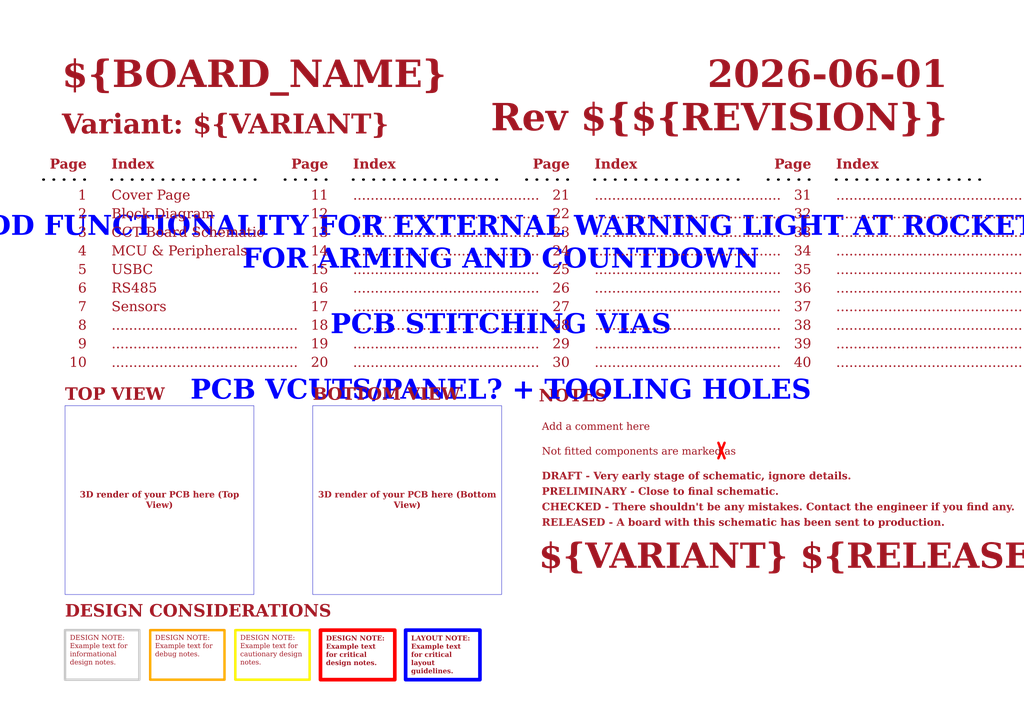
<source format=kicad_sch>
(kicad_sch
	(version 20250114)
	(generator "eeschema")
	(generator_version "9.0")
	(uuid "0650c7a8-acba-429c-9f8e-eec0baf0bc1c")
	(paper "A3")
	(title_block
		(title "Sheet Title A")
		(date "2026-01-02")
		(rev "${REVISION}")
		(company "${COMPANY}")
	)
	(lib_symbols)
	(text "9"
		(exclude_from_sim no)
		(at 35.56 144.78 0)
		(effects
			(font
				(face "Times New Roman")
				(size 4 4)
				(color 162 22 34 1)
			)
			(justify right bottom)
			(href "#9")
		)
		(uuid "0171ecc8-df6f-418e-95ea-db73cf975716")
	)
	(text "BOTTOM VIEW"
		(exclude_from_sim no)
		(at 128.27 166.37 0)
		(effects
			(font
				(face "Times New Roman")
				(size 5 5)
				(bold yes)
				(color 162 22 34 1)
			)
			(justify left bottom)
		)
		(uuid "041ff709-0f5e-466e-adab-d03afffd90b7")
	)
	(text "..........................................."
		(exclude_from_sim no)
		(at 243.84 99.06 0)
		(effects
			(font
				(face "Times New Roman")
				(size 4 4)
				(color 162 22 34 1)
			)
			(justify left bottom)
			(href "#23")
		)
		(uuid "0647f622-b644-4538-802a-42edf8cdccc5")
	)
	(text "13"
		(exclude_from_sim no)
		(at 134.62 99.06 0)
		(effects
			(font
				(face "Times New Roman")
				(size 4 4)
				(color 162 22 34 1)
			)
			(justify right bottom)
			(href "#13")
		)
		(uuid "09a9f005-609a-4854-9ba5-f5a5e7b8d7c7")
	)
	(text "RELEASED - A board with this schematic has been sent to production."
		(exclude_from_sim no)
		(at 222.25 217.17 0)
		(effects
			(font
				(face "Times New Roman")
				(size 3 3)
				(thickness 0.6)
				(bold yes)
				(color 162 22 34 1)
			)
			(justify left bottom)
		)
		(uuid "10cbc67f-d688-44d7-9e2b-bee41b99ad5c")
	)
	(text "ADD FUNCTIONALITY FOR EXTERNAL WARNING LIGHT AT ROCKET\nFOR ARMING AND COUNTDOWN\n\nPCB STITCHING VIAS\n\nPCB VCUTS/PANEL? + TOOLING HOLES"
		(exclude_from_sim no)
		(at 205.4 167.2 0)
		(effects
			(font
				(face "Times New Roman")
				(size 8 8)
				(thickness 0.6)
				(bold yes)
				(color 0 0 255 1)
			)
			(justify bottom)
		)
		(uuid "174b55bb-9830-4f7b-bc6d-fe3124382845")
	)
	(text "Page"
		(exclude_from_sim no)
		(at 332.74 71.12 0)
		(effects
			(font
				(face "Times New Roman")
				(size 4 4)
				(bold yes)
				(color 162 22 34 1)
			)
			(justify right bottom)
		)
		(uuid "1b60c0cc-bf04-4615-8796-1ecc890b346a")
	)
	(text "TOP VIEW"
		(exclude_from_sim no)
		(at 26.67 166.37 0)
		(effects
			(font
				(face "Times New Roman")
				(size 5 5)
				(bold yes)
				(color 162 22 34 1)
			)
			(justify left bottom)
		)
		(uuid "1c033b5c-f50d-4e0f-94c4-59e72fb244de")
	)
	(text "3"
		(exclude_from_sim no)
		(at 35.56 99.06 0)
		(effects
			(font
				(face "Times New Roman")
				(size 4 4)
				(color 162 22 34 1)
			)
			(justify right bottom)
			(href "#3")
		)
		(uuid "1dd16a1b-b3b8-42a1-b678-3a7b261e7284")
	)
	(text "38"
		(exclude_from_sim no)
		(at 332.74 137.16 0)
		(effects
			(font
				(face "Times New Roman")
				(size 4 4)
				(color 162 22 34 1)
			)
			(justify right bottom)
			(href "#38")
		)
		(uuid "2d20025d-61e4-451d-b51e-153fedc44d68")
	)
	(text "..........................................."
		(exclude_from_sim no)
		(at 45.72 152.4 0)
		(effects
			(font
				(face "Times New Roman")
				(size 4 4)
				(color 162 22 34 1)
			)
			(justify left bottom)
			(href "#10")
		)
		(uuid "2df49b6e-980f-4a01-ab23-c61ed27bd1b8")
	)
	(text "..........................................."
		(exclude_from_sim no)
		(at 45.72 144.78 0)
		(effects
			(font
				(face "Times New Roman")
				(size 4 4)
				(color 162 22 34 1)
			)
			(justify left bottom)
			(href "#9")
		)
		(uuid "319dfe95-cf7d-4b95-aa65-2f948d7bd6bc")
	)
	(text "..........................................."
		(exclude_from_sim no)
		(at 45.72 137.16 0)
		(effects
			(font
				(face "Times New Roman")
				(size 4 4)
				(color 162 22 34 1)
			)
			(justify left bottom)
			(href "#8")
		)
		(uuid "339f13bd-0896-43a1-925e-733e36e395bd")
	)
	(text "..........................................."
		(exclude_from_sim no)
		(at 144.78 121.92 0)
		(effects
			(font
				(face "Times New Roman")
				(size 4 4)
				(color 162 22 34 1)
			)
			(justify left bottom)
			(href "#16")
		)
		(uuid "34c28277-d6a5-4104-8740-b78485a8ff4c")
	)
	(text "1"
		(exclude_from_sim no)
		(at 35.56 83.82 0)
		(effects
			(font
				(face "Times New Roman")
				(size 4 4)
				(color 162 22 34 1)
			)
			(justify right bottom)
			(href "#1")
		)
		(uuid "3691ab49-6c05-4886-869a-12221f52fdee")
	)
	(text "Not fitted components are marked as"
		(exclude_from_sim no)
		(at 222.25 187.96 0)
		(effects
			(font
				(face "Times New Roman")
				(size 3 3)
				(color 162 22 34 1)
			)
			(justify left bottom)
		)
		(uuid "3e121d9b-11e9-4895-9779-ade93d5b2a88")
	)
	(text "..........................................."
		(exclude_from_sim no)
		(at 243.84 152.4 0)
		(effects
			(font
				(face "Times New Roman")
				(size 4 4)
				(color 162 22 34 1)
			)
			(justify left bottom)
			(href "#30")
		)
		(uuid "41bb0f90-1135-4d50-9d44-9fb04444ecf6")
	)
	(text "Index"
		(exclude_from_sim no)
		(at 45.72 71.12 0)
		(effects
			(font
				(face "Times New Roman")
				(size 4 4)
				(bold yes)
				(color 162 22 34 1)
			)
			(justify left bottom)
		)
		(uuid "44841f0e-187c-41b9-a570-9f74973319c9")
	)
	(text "..........................................."
		(exclude_from_sim no)
		(at 144.78 99.06 0)
		(effects
			(font
				(face "Times New Roman")
				(size 4 4)
				(color 162 22 34 1)
			)
			(justify left bottom)
			(href "#13")
		)
		(uuid "461ef4aa-5f24-4935-a427-92bbc78a05f3")
	)
	(text "Index"
		(exclude_from_sim no)
		(at 144.78 71.12 0)
		(effects
			(font
				(face "Times New Roman")
				(size 4 4)
				(bold yes)
				(color 162 22 34 1)
			)
			(justify left bottom)
		)
		(uuid "4773b195-e777-483d-bd5a-5b18be14b485")
	)
	(text "27"
		(exclude_from_sim no)
		(at 233.68 129.54 0)
		(effects
			(font
				(face "Times New Roman")
				(size 4 4)
				(color 162 22 34 1)
			)
			(justify right bottom)
			(href "#27")
		)
		(uuid "47e5ef3a-a936-4417-8e04-a70df1a04676")
	)
	(text "15"
		(exclude_from_sim no)
		(at 134.62 114.3 0)
		(effects
			(font
				(face "Times New Roman")
				(size 4 4)
				(color 162 22 34 1)
			)
			(justify right bottom)
			(href "#15")
		)
		(uuid "48cae9b2-9935-4ee2-a962-685c04325434")
	)
	(text "6"
		(exclude_from_sim no)
		(at 35.56 121.92 0)
		(effects
			(font
				(face "Times New Roman")
				(size 4 4)
				(color 162 22 34 1)
			)
			(justify right bottom)
			(href "#6")
		)
		(uuid "4aa9b67c-c657-48d1-abb0-497faf20008a")
	)
	(text "PRELIMINARY - Close to final schematic."
		(exclude_from_sim no)
		(at 222.25 204.47 0)
		(effects
			(font
				(face "Times New Roman")
				(size 3 3)
				(thickness 0.6)
				(bold yes)
				(color 162 22 34 1)
			)
			(justify left bottom)
		)
		(uuid "4b75d6be-e2b4-4862-a5fd-f3239bff6734")
	)
	(text "24"
		(exclude_from_sim no)
		(at 233.68 106.68 0)
		(effects
			(font
				(face "Times New Roman")
				(size 4 4)
				(color 162 22 34 1)
			)
			(justify right bottom)
			(href "#24")
		)
		(uuid "4d10b8f7-ee9d-4539-987e-2871a213b2d6")
	)
	(text "${VARIANT} ${RELEASE_DATE}"
		(exclude_from_sim no)
		(at 220.98 237.49 0)
		(effects
			(font
				(face "Times New Roman")
				(size 10.16 10.16)
				(thickness 0.6)
				(bold yes)
				(color 162 22 34 1)
			)
			(justify left bottom)
		)
		(uuid "4f144e11-d681-45f3-b92d-dea6c28023e4")
	)
	(text "Page"
		(exclude_from_sim no)
		(at 35.56 71.12 0)
		(effects
			(font
				(face "Times New Roman")
				(size 4 4)
				(bold yes)
				(color 162 22 34 1)
			)
			(justify right bottom)
		)
		(uuid "5216de6a-28ab-4e49-a422-9fd32d8fed67")
	)
	(text "MCU & Peripherals"
		(exclude_from_sim no)
		(at 45.72 106.68 0)
		(effects
			(font
				(face "Times New Roman")
				(size 4 4)
				(color 162 22 34 1)
			)
			(justify left bottom)
			(href "#4")
		)
		(uuid "547bb3ec-bec4-4b68-a38e-2ac56be29bd3")
	)
	(text "..........................................."
		(exclude_from_sim no)
		(at 243.84 129.54 0)
		(effects
			(font
				(face "Times New Roman")
				(size 4 4)
				(color 162 22 34 1)
			)
			(justify left bottom)
			(href "#27")
		)
		(uuid "598c6218-39d7-40a8-878a-842531c6a754")
	)
	(text "8"
		(exclude_from_sim no)
		(at 35.56 137.16 0)
		(effects
			(font
				(face "Times New Roman")
				(size 4 4)
				(color 162 22 34 1)
			)
			(justify right bottom)
			(href "#8")
		)
		(uuid "5dd35c87-2aeb-4c16-ab79-fbda71c4347a")
	)
	(text "14"
		(exclude_from_sim no)
		(at 134.62 106.68 0)
		(effects
			(font
				(face "Times New Roman")
				(size 4 4)
				(color 162 22 34 1)
			)
			(justify right bottom)
			(href "#14")
		)
		(uuid "5e529423-56be-4ad0-9794-38b960fa0634")
	)
	(text "..........................................."
		(exclude_from_sim no)
		(at 342.9 137.16 0)
		(effects
			(font
				(face "Times New Roman")
				(size 4 4)
				(color 162 22 34 1)
			)
			(justify left bottom)
			(href "#38")
		)
		(uuid "5ec61f31-3c66-4623-97e5-d26d3b9bb1be")
	)
	(text "..........................................."
		(exclude_from_sim no)
		(at 342.9 152.4 0)
		(effects
			(font
				(face "Times New Roman")
				(size 4 4)
				(color 162 22 34 1)
			)
			(justify left bottom)
			(href "#40")
		)
		(uuid "65f25bf1-cc7d-4807-9afa-0a0ac612f9b3")
	)
	(text "23"
		(exclude_from_sim no)
		(at 233.68 99.06 0)
		(effects
			(font
				(face "Times New Roman")
				(size 4 4)
				(color 162 22 34 1)
			)
			(justify right bottom)
			(href "#23")
		)
		(uuid "68aaa364-f788-45fb-b731-7b1eda7a6c6c")
	)
	(text "Index"
		(exclude_from_sim no)
		(at 243.84 71.12 0)
		(effects
			(font
				(face "Times New Roman")
				(size 4 4)
				(bold yes)
				(color 162 22 34 1)
			)
			(justify left bottom)
		)
		(uuid "6eee427d-5608-4f64-99d8-6d8e4391a6b0")
	)
	(text "..........................................."
		(exclude_from_sim no)
		(at 342.9 91.44 0)
		(effects
			(font
				(face "Times New Roman")
				(size 4 4)
				(color 162 22 34 1)
			)
			(justify left bottom)
			(href "#32")
		)
		(uuid "71058a62-023a-4e0a-b0c4-c0fb8bf95cc8")
	)
	(text "5"
		(exclude_from_sim no)
		(at 35.56 114.3 0)
		(effects
			(font
				(face "Times New Roman")
				(size 4 4)
				(color 162 22 34 1)
			)
			(justify right bottom)
			(href "#5")
		)
		(uuid "718e4830-a352-43f0-b9c5-1495032b5970")
	)
	(text "${CURRENT_DATE}"
		(exclude_from_sim no)
		(at 388.62 40.64 0)
		(effects
			(font
				(face "Times New Roman")
				(size 11 11)
				(thickness 1)
				(bold yes)
				(color 162 22 34 1)
			)
			(justify right bottom)
		)
		(uuid "752b8016-2b6c-433a-9e5a-755eac1f800d")
	)
	(text "26"
		(exclude_from_sim no)
		(at 233.68 121.92 0)
		(effects
			(font
				(face "Times New Roman")
				(size 4 4)
				(color 162 22 34 1)
			)
			(justify right bottom)
			(href "#26")
		)
		(uuid "78da4ba2-8c96-4e51-9a03-b14367dceea0")
	)
	(text "16"
		(exclude_from_sim no)
		(at 134.62 121.92 0)
		(effects
			(font
				(face "Times New Roman")
				(size 4 4)
				(color 162 22 34 1)
			)
			(justify right bottom)
			(href "#16")
		)
		(uuid "7a577aea-9c53-4431-8f38-6cd521e907d0")
	)
	(text "10"
		(exclude_from_sim no)
		(at 35.56 152.4 0)
		(effects
			(font
				(face "Times New Roman")
				(size 4 4)
				(color 162 22 34 1)
			)
			(justify right bottom)
			(href "#10")
		)
		(uuid "7caa34f0-df91-4ed4-bb8e-ff81315f8c93")
	)
	(text "35"
		(exclude_from_sim no)
		(at 332.74 114.3 0)
		(effects
			(font
				(face "Times New Roman")
				(size 4 4)
				(color 162 22 34 1)
			)
			(justify right bottom)
			(href "#35")
		)
		(uuid "7d4a16f6-fc91-424a-bffd-707dc25afa40")
	)
	(text "18"
		(exclude_from_sim no)
		(at 134.62 137.16 0)
		(effects
			(font
				(face "Times New Roman")
				(size 4 4)
				(color 162 22 34 1)
			)
			(justify right bottom)
			(href "#18")
		)
		(uuid "7d4de17d-b484-45d2-95af-1050fc297950")
	)
	(text "33"
		(exclude_from_sim no)
		(at 332.74 99.06 0)
		(effects
			(font
				(face "Times New Roman")
				(size 4 4)
				(color 162 22 34 1)
			)
			(justify right bottom)
			(href "#33")
		)
		(uuid "7fd97343-03c5-4f22-a59e-bc2d9fd9af23")
	)
	(text "Variant: ${VARIANT}"
		(exclude_from_sim no)
		(at 25.4 58.42 0)
		(effects
			(font
				(face "Times New Roman")
				(size 8 8)
				(thickness 1)
				(bold yes)
				(color 162 22 34 1)
			)
			(justify left bottom)
		)
		(uuid "832c6231-94ea-4718-8f70-96006b71efdf")
	)
	(text "4"
		(exclude_from_sim no)
		(at 35.56 106.68 0)
		(effects
			(font
				(face "Times New Roman")
				(size 4 4)
				(color 162 22 34 1)
			)
			(justify right bottom)
			(href "#4")
		)
		(uuid "8d802a1e-8c90-4592-9cec-00ce1173b8bd")
	)
	(text "11"
		(exclude_from_sim no)
		(at 134.62 83.82 0)
		(effects
			(font
				(face "Times New Roman")
				(size 4 4)
				(color 162 22 34 1)
			)
			(justify right bottom)
			(href "#11")
		)
		(uuid "8d827c06-285c-46bc-8024-d46f4098d9e5")
	)
	(text "Rev ${REVISION}"
		(exclude_from_sim no)
		(at 388.62 58.42 0)
		(effects
			(font
				(face "Times New Roman")
				(size 11 11)
				(thickness 1)
				(bold yes)
				(color 162 22 34 1)
			)
			(justify right bottom)
		)
		(uuid "9008c96f-82fa-4b3f-88a3-9ae35f59090b")
	)
	(text "..........................................."
		(exclude_from_sim no)
		(at 243.84 106.68 0)
		(effects
			(font
				(face "Times New Roman")
				(size 4 4)
				(color 162 22 34 1)
			)
			(justify left bottom)
			(href "#24")
		)
		(uuid "91ef4a1a-faaf-4d16-b090-6e6451092c3a")
	)
	(text "28"
		(exclude_from_sim no)
		(at 233.68 137.16 0)
		(effects
			(font
				(face "Times New Roman")
				(size 4 4)
				(color 162 22 34 1)
			)
			(justify right bottom)
			(href "#28")
		)
		(uuid "9310b062-10e2-49af-a22c-1c9854a7f3f0")
	)
	(text "..........................................."
		(exclude_from_sim no)
		(at 243.84 144.78 0)
		(effects
			(font
				(face "Times New Roman")
				(size 4 4)
				(color 162 22 34 1)
			)
			(justify left bottom)
			(href "#29")
		)
		(uuid "93713c73-3aba-4b0b-9f3c-b37ab3721f94")
	)
	(text "..........................................."
		(exclude_from_sim no)
		(at 243.84 91.44 0)
		(effects
			(font
				(face "Times New Roman")
				(size 4 4)
				(color 162 22 34 1)
			)
			(justify left bottom)
			(href "#22")
		)
		(uuid "93b242cb-0b6a-48cc-a920-659ba5a2d4b9")
	)
	(text "..........................................."
		(exclude_from_sim no)
		(at 342.9 144.78 0)
		(effects
			(font
				(face "Times New Roman")
				(size 4 4)
				(color 162 22 34 1)
			)
			(justify left bottom)
			(href "#39")
		)
		(uuid "9413d17b-fd74-4a56-8014-ec2904184d8a")
	)
	(text "USBC"
		(exclude_from_sim no)
		(at 45.72 114.3 0)
		(effects
			(font
				(face "Times New Roman")
				(size 4 4)
				(color 162 22 34 1)
			)
			(justify left bottom)
			(href "#5")
		)
		(uuid "9413d28a-c2b4-4d73-ae2d-68b4717d1b67")
	)
	(text "Page"
		(exclude_from_sim no)
		(at 233.68 71.12 0)
		(effects
			(font
				(face "Times New Roman")
				(size 4 4)
				(bold yes)
				(color 162 22 34 1)
			)
			(justify right bottom)
		)
		(uuid "959ea2a5-595d-4c64-a44e-f0c1c6497852")
	)
	(text "..........................................."
		(exclude_from_sim no)
		(at 144.78 144.78 0)
		(effects
			(font
				(face "Times New Roman")
				(size 4 4)
				(color 162 22 34 1)
			)
			(justify left bottom)
			(href "#19")
		)
		(uuid "9d747571-2a3a-41dd-b7ab-0c07afaa5df1")
	)
	(text "..........................................."
		(exclude_from_sim no)
		(at 144.78 83.82 0)
		(effects
			(font
				(face "Times New Roman")
				(size 4 4)
				(color 162 22 34 1)
			)
			(justify left bottom)
			(href "#11")
		)
		(uuid "9e3e9ac8-468f-4f09-9650-682992859fd0")
	)
	(text "..........................................."
		(exclude_from_sim no)
		(at 144.78 129.54 0)
		(effects
			(font
				(face "Times New Roman")
				(size 4 4)
				(color 162 22 34 1)
			)
			(justify left bottom)
			(href "#17")
		)
		(uuid "a2bb1bed-8e4e-4038-8b4e-99f9457f4c30")
	)
	(text "31"
		(exclude_from_sim no)
		(at 332.74 83.82 0)
		(effects
			(font
				(face "Times New Roman")
				(size 4 4)
				(color 162 22 34 1)
			)
			(justify right bottom)
			(href "#31")
		)
		(uuid "a8eb70a2-f43e-480c-afdf-7e91507527a7")
	)
	(text "36"
		(exclude_from_sim no)
		(at 332.74 121.92 0)
		(effects
			(font
				(face "Times New Roman")
				(size 4 4)
				(color 162 22 34 1)
			)
			(justify right bottom)
			(href "#36")
		)
		(uuid "a95a57c3-0ec4-4b96-8edf-d46ee18a4a8e")
	)
	(text "..........................................."
		(exclude_from_sim no)
		(at 243.84 137.16 0)
		(effects
			(font
				(face "Times New Roman")
				(size 4 4)
				(color 162 22 34 1)
			)
			(justify left bottom)
			(href "#28")
		)
		(uuid "ad40278e-f3e6-4c25-8fa4-1f4e3918f822")
	)
	(text "22"
		(exclude_from_sim no)
		(at 233.68 91.44 0)
		(effects
			(font
				(face "Times New Roman")
				(size 4 4)
				(color 162 22 34 1)
			)
			(justify right bottom)
			(href "#22")
		)
		(uuid "ada746a9-1ac8-4ba5-b1f0-e040d6c0fa14")
	)
	(text "..........................................."
		(exclude_from_sim no)
		(at 144.78 114.3 0)
		(effects
			(font
				(face "Times New Roman")
				(size 4 4)
				(color 162 22 34 1)
			)
			(justify left bottom)
			(href "#15")
		)
		(uuid "ae6c0242-f9a8-4717-86dd-2d27e5dc9018")
	)
	(text "..........................................."
		(exclude_from_sim no)
		(at 342.9 83.82 0)
		(effects
			(font
				(face "Times New Roman")
				(size 4 4)
				(color 162 22 34 1)
			)
			(justify left bottom)
			(href "#31")
		)
		(uuid "b39085c9-1ebe-4dab-a6c1-54ab08707fbf")
	)
	(text "25"
		(exclude_from_sim no)
		(at 233.68 114.3 0)
		(effects
			(font
				(face "Times New Roman")
				(size 4 4)
				(color 162 22 34 1)
			)
			(justify right bottom)
			(href "#25")
		)
		(uuid "b3f10ccd-dd30-4e1a-9a39-191e590211cc")
	)
	(text "${BOARD_NAME}"
		(exclude_from_sim no)
		(at 25.4 40.64 0)
		(effects
			(font
				(face "Times New Roman")
				(size 11 11)
				(thickness 1)
				(bold yes)
				(color 162 22 34 1)
			)
			(justify left bottom)
		)
		(uuid "b5491481-138f-4748-8f60-dc51e3284b98")
	)
	(text "..........................................."
		(exclude_from_sim no)
		(at 243.84 121.92 0)
		(effects
			(font
				(face "Times New Roman")
				(size 4 4)
				(color 162 22 34 1)
			)
			(justify left bottom)
			(href "#26")
		)
		(uuid "b55022f1-bde3-45d1-ab63-474a18aef763")
	)
	(text "..........................................."
		(exclude_from_sim no)
		(at 342.9 106.68 0)
		(effects
			(font
				(face "Times New Roman")
				(size 4 4)
				(color 162 22 34 1)
			)
			(justify left bottom)
			(href "#34")
		)
		(uuid "b5c8bc07-6a7e-4ec3-955b-9e6a13622c4e")
	)
	(text "37"
		(exclude_from_sim no)
		(at 332.74 129.54 0)
		(effects
			(font
				(face "Times New Roman")
				(size 4 4)
				(color 162 22 34 1)
			)
			(justify right bottom)
			(href "#37")
		)
		(uuid "baff535e-40df-4979-8ad1-9d6e8282e1a0")
	)
	(text "Page"
		(exclude_from_sim no)
		(at 134.62 71.12 0)
		(effects
			(font
				(face "Times New Roman")
				(size 4 4)
				(bold yes)
				(color 162 22 34 1)
			)
			(justify right bottom)
		)
		(uuid "beb5ee3d-ad62-4c0c-ab18-390f8e3c78c4")
	)
	(text "DRAFT - Very early stage of schematic, ignore details."
		(exclude_from_sim no)
		(at 222.25 198.12 0)
		(effects
			(font
				(face "Times New Roman")
				(size 3 3)
				(thickness 0.6)
				(bold yes)
				(color 162 22 34 1)
			)
			(justify left bottom)
		)
		(uuid "c1828499-d221-4dc2-9c7b-c9d850654d5e")
	)
	(text "..........................................."
		(exclude_from_sim no)
		(at 144.78 106.68 0)
		(effects
			(font
				(face "Times New Roman")
				(size 4 4)
				(color 162 22 34 1)
			)
			(justify left bottom)
			(href "#14")
		)
		(uuid "c492727f-a5a2-4efb-9f13-b55fb4c5125a")
	)
	(text "Index"
		(exclude_from_sim no)
		(at 342.9 71.12 0)
		(effects
			(font
				(face "Times New Roman")
				(size 4 4)
				(bold yes)
				(color 162 22 34 1)
			)
			(justify left bottom)
		)
		(uuid "c52bc9e5-2c42-41e6-ae08-fabef868928a")
	)
	(text "RS485"
		(exclude_from_sim no)
		(at 45.72 121.92 0)
		(effects
			(font
				(face "Times New Roman")
				(size 4 4)
				(color 162 22 34 1)
			)
			(justify left bottom)
			(href "#6")
		)
		(uuid "c787ff5d-5d58-4a12-8967-dc99673505b9")
	)
	(text "..........................................."
		(exclude_from_sim no)
		(at 342.9 121.92 0)
		(effects
			(font
				(face "Times New Roman")
				(size 4 4)
				(color 162 22 34 1)
			)
			(justify left bottom)
			(href "#36")
		)
		(uuid "c8a13f8e-6347-4971-97e9-3bbacc8fb0b5")
	)
	(text "..........................................."
		(exclude_from_sim no)
		(at 342.9 114.3 0)
		(effects
			(font
				(face "Times New Roman")
				(size 4 4)
				(color 162 22 34 1)
			)
			(justify left bottom)
			(href "#35")
		)
		(uuid "c932f64b-e011-46ca-8efc-bb2f186e8b13")
	)
	(text "Block Diagram"
		(exclude_from_sim no)
		(at 45.72 91.44 0)
		(effects
			(font
				(face "Times New Roman")
				(size 4 4)
				(color 162 22 34 1)
			)
			(justify left bottom)
			(href "#2")
		)
		(uuid "caeb7f52-f34e-4432-b129-9207069a1ad5")
	)
	(text "19"
		(exclude_from_sim no)
		(at 134.62 144.78 0)
		(effects
			(font
				(face "Times New Roman")
				(size 4 4)
				(color 162 22 34 1)
			)
			(justify right bottom)
			(href "#19")
		)
		(uuid "cbf7eaea-8009-4ccd-9079-9d687b9a3603")
	)
	(text "30"
		(exclude_from_sim no)
		(at 233.68 152.4 0)
		(effects
			(font
				(face "Times New Roman")
				(size 4 4)
				(color 162 22 34 1)
			)
			(justify right bottom)
			(href "#30")
		)
		(uuid "cea38a57-40f7-465f-b054-ff626e3218d0")
	)
	(text "7"
		(exclude_from_sim no)
		(at 35.56 129.54 0)
		(effects
			(font
				(face "Times New Roman")
				(size 4 4)
				(color 162 22 34 1)
			)
			(justify right bottom)
			(href "#7")
		)
		(uuid "cf9779c0-4a62-4a6f-9127-07f6919e9e8d")
	)
	(text "..........................................."
		(exclude_from_sim no)
		(at 243.84 114.3 0)
		(effects
			(font
				(face "Times New Roman")
				(size 4 4)
				(color 162 22 34 1)
			)
			(justify left bottom)
			(href "#25")
		)
		(uuid "d06fb69a-43a5-466c-8174-3edde239a7c0")
	)
	(text "12"
		(exclude_from_sim no)
		(at 134.62 91.44 0)
		(effects
			(font
				(face "Times New Roman")
				(size 4 4)
				(color 162 22 34 1)
			)
			(justify right bottom)
			(href "#12")
		)
		(uuid "d450aa41-7115-44ab-9cc7-2fa118545b00")
	)
	(text "21"
		(exclude_from_sim no)
		(at 233.68 83.82 0)
		(effects
			(font
				(face "Times New Roman")
				(size 4 4)
				(color 162 22 34 1)
			)
			(justify right bottom)
			(href "#21")
		)
		(uuid "d7ac5948-93ba-4038-95c3-cb73c27df74a")
	)
	(text "Add a comment here"
		(exclude_from_sim no)
		(at 222.25 177.8 0)
		(effects
			(font
				(face "Times New Roman")
				(size 3 3)
				(color 162 22 34 1)
			)
			(justify left bottom)
		)
		(uuid "d8d8425a-4141-4ddb-8e75-262db2d23ce8")
	)
	(text "2"
		(exclude_from_sim no)
		(at 35.56 91.44 0)
		(effects
			(font
				(face "Times New Roman")
				(size 4 4)
				(color 162 22 34 1)
			)
			(justify right bottom)
			(href "#2")
		)
		(uuid "dca5e168-6a76-4eb2-b335-e6c030ded824")
	)
	(text "39"
		(exclude_from_sim no)
		(at 332.74 144.78 0)
		(effects
			(font
				(face "Times New Roman")
				(size 4 4)
				(color 162 22 34 1)
			)
			(justify right bottom)
			(href "#39")
		)
		(uuid "e216870b-45fe-49b3-8e55-d9668eb9df44")
	)
	(text "..........................................."
		(exclude_from_sim no)
		(at 144.78 137.16 0)
		(effects
			(font
				(face "Times New Roman")
				(size 4 4)
				(color 162 22 34 1)
			)
			(justify left bottom)
			(href "#18")
		)
		(uuid "e518f3ad-92c7-4755-8883-22916bfc7d1f")
	)
	(text "..........................................."
		(exclude_from_sim no)
		(at 342.9 99.06 0)
		(effects
			(font
				(face "Times New Roman")
				(size 4 4)
				(color 162 22 34 1)
			)
			(justify left bottom)
			(href "#33")
		)
		(uuid "e5564811-ffd2-4bd9-9644-ff1dc80ebf87")
	)
	(text "..........................................."
		(exclude_from_sim no)
		(at 144.78 152.4 0)
		(effects
			(font
				(face "Times New Roman")
				(size 4 4)
				(color 162 22 34 1)
			)
			(justify left bottom)
			(href "#20")
		)
		(uuid "e58de9a8-7551-4002-91cc-eb758bb6876c")
	)
	(text "34"
		(exclude_from_sim no)
		(at 332.74 106.68 0)
		(effects
			(font
				(face "Times New Roman")
				(size 4 4)
				(color 162 22 34 1)
			)
			(justify right bottom)
			(href "#34")
		)
		(uuid "e60ef77b-a7db-4a46-901f-5793e4acc58b")
	)
	(text "29"
		(exclude_from_sim no)
		(at 233.68 144.78 0)
		(effects
			(font
				(face "Times New Roman")
				(size 4 4)
				(color 162 22 34 1)
			)
			(justify right bottom)
			(href "#29")
		)
		(uuid "e83f0c3e-ac1d-4432-a8de-ba5a2be8aa4a")
	)
	(text "Cover Page"
		(exclude_from_sim no)
		(at 45.72 83.82 0)
		(effects
			(font
				(face "Times New Roman")
				(size 4 4)
				(color 162 22 34 1)
			)
			(justify left bottom)
			(href "#1")
		)
		(uuid "e9964413-67ff-4f53-b58c-608277db6779")
	)
	(text "NOTES"
		(exclude_from_sim no)
		(at 220.98 167.005 0)
		(effects
			(font
				(face "Times New Roman")
				(size 5 5)
				(bold yes)
				(color 162 22 34 1)
			)
			(justify left bottom)
		)
		(uuid "ecd14d51-7267-460d-9460-6bae137b0c37")
	)
	(text "..........................................."
		(exclude_from_sim no)
		(at 144.78 91.44 0)
		(effects
			(font
				(face "Times New Roman")
				(size 4 4)
				(color 162 22 34 1)
			)
			(justify left bottom)
			(href "#12")
		)
		(uuid "ecd5e3bc-c1c8-4595-a242-64b07df33fd4")
	)
	(text "CCT Board Schematic"
		(exclude_from_sim no)
		(at 45.72 99.06 0)
		(effects
			(font
				(face "Times New Roman")
				(size 4 4)
				(color 162 22 34 1)
			)
			(justify left bottom)
			(href "#3")
		)
		(uuid "ed9f4e44-7881-47b3-83af-17eb3de0e161")
	)
	(text "CHECKED - There shouldn't be any mistakes. Contact the engineer if you find any."
		(exclude_from_sim no)
		(at 222.25 210.82 0)
		(effects
			(font
				(face "Times New Roman")
				(size 3 3)
				(thickness 0.6)
				(bold yes)
				(color 162 22 34 1)
			)
			(justify left bottom)
		)
		(uuid "ee4bfbd2-ceac-40c9-847b-b15b18b07c08")
	)
	(text "..........................................."
		(exclude_from_sim no)
		(at 243.84 83.82 0)
		(effects
			(font
				(face "Times New Roman")
				(size 4 4)
				(color 162 22 34 1)
			)
			(justify left bottom)
			(href "#21")
		)
		(uuid "f14c049f-0636-49aa-a70f-0262bf1a57bc")
	)
	(text "20"
		(exclude_from_sim no)
		(at 134.62 152.4 0)
		(effects
			(font
				(face "Times New Roman")
				(size 4 4)
				(color 162 22 34 1)
			)
			(justify right bottom)
			(href "#20")
		)
		(uuid "f17fa600-4ea0-4482-a965-d781b27fd052")
	)
	(text "32"
		(exclude_from_sim no)
		(at 332.74 91.44 0)
		(effects
			(font
				(face "Times New Roman")
				(size 4 4)
				(color 162 22 34 1)
			)
			(justify right bottom)
			(href "#32")
		)
		(uuid "f7f416e4-86a9-4d8f-ac0d-80443c165632")
	)
	(text "..........................................."
		(exclude_from_sim no)
		(at 342.9 129.54 0)
		(effects
			(font
				(face "Times New Roman")
				(size 4 4)
				(color 162 22 34 1)
			)
			(justify left bottom)
			(href "#37")
		)
		(uuid "f8fd86d8-ca92-4fd2-9536-487e6832d844")
	)
	(text "DESIGN CONSIDERATIONS"
		(exclude_from_sim no)
		(at 26.67 255.27 0)
		(effects
			(font
				(face "Times New Roman")
				(size 5 5)
				(bold yes)
				(color 162 22 34 1)
			)
			(justify left bottom)
		)
		(uuid "fb09f930-25b6-4039-89ae-42d9d443b49d")
	)
	(text "40"
		(exclude_from_sim no)
		(at 332.74 152.4 0)
		(effects
			(font
				(face "Times New Roman")
				(size 4 4)
				(color 162 22 34 1)
			)
			(justify right bottom)
			(href "#40")
		)
		(uuid "fe1f4464-8466-41a3-95c1-bacdc38614fb")
	)
	(text "Sensors"
		(exclude_from_sim no)
		(at 45.72 129.54 0)
		(effects
			(font
				(face "Times New Roman")
				(size 4 4)
				(color 162 22 34 1)
			)
			(justify left bottom)
			(href "#7")
		)
		(uuid "ff95cd70-408a-4656-b808-dabd546affbd")
	)
	(text "17"
		(exclude_from_sim no)
		(at 134.62 129.54 0)
		(effects
			(font
				(face "Times New Roman")
				(size 4 4)
				(color 162 22 34 1)
			)
			(justify right bottom)
			(href "#17")
		)
		(uuid "ffcd9e5c-5c93-423a-9ccc-e0af67821852")
	)
	(text_box "3D render of your PCB here (Bottom View)"
		(exclude_from_sim no)
		(at 128.27 166.37 0)
		(size 77.47 77.47)
		(margins 1.905 1.905 1.905 1.905)
		(stroke
			(width 0)
			(type default)
		)
		(fill
			(type none)
		)
		(effects
			(font
				(face "Times New Roman")
				(size 2.54 2.54)
				(thickness 0.508)
				(bold yes)
				(color 162 22 34 1)
			)
		)
		(uuid "0c38d11f-bb11-46db-a91c-ebc0b30e95f5")
	)
	(text_box "3D render of your PCB here (Top View)"
		(exclude_from_sim no)
		(at 26.67 166.37 0)
		(size 77.47 77.47)
		(margins 1.905 1.905 1.905 1.905)
		(stroke
			(width 0)
			(type default)
		)
		(fill
			(type none)
		)
		(effects
			(font
				(face "Times New Roman")
				(size 2.54 2.54)
				(thickness 0.508)
				(bold yes)
				(color 162 22 34 1)
			)
		)
		(uuid "2d015f2a-bc39-4866-bbd9-40b03d497a26")
	)
	(text_box "Metadata can be set in File → Schematic Setup → Project → Text Variables"
		(exclude_from_sim no)
		(at 8.89 300.99 0)
		(size 119.38 6.35)
		(margins 1.9049 1.9049 1.9049 1.9049)
		(stroke
			(width -0.0001)
			(type default)
		)
		(fill
			(type none)
		)
		(effects
			(font
				(face "Times New Roman")
				(size 2.54 2.54)
				(thickness 0.381)
				(bold yes)
				(color 162 22 34 1)
			)
			(justify right top)
		)
		(uuid "4d4fc8f9-28d9-4b33-b78d-b00f0a2b33ca")
	)
	(text_box "DESIGN NOTE:\nExample text for informational design notes."
		(exclude_from_sim no)
		(at 26.67 258.445 0)
		(size 30.48 20.32)
		(margins 2 2 2 2)
		(stroke
			(width 1)
			(type solid)
			(color 200 200 200 1)
		)
		(fill
			(type none)
		)
		(effects
			(font
				(face "Times New Roman")
				(size 2 2)
				(color 162 22 34 1)
			)
			(justify left top)
		)
		(uuid "60b6a08c-a542-468e-b79f-aa4a2aa0e9e7")
	)
	(text_box "LAYOUT NOTE:\nExample text for critical layout guidelines."
		(exclude_from_sim no)
		(at 166.37 258.445 0)
		(size 30.48 20.32)
		(margins 2.25 2.25 2.25 2.25)
		(stroke
			(width 1.5)
			(type solid)
			(color 0 0 255 1)
		)
		(fill
			(type none)
		)
		(effects
			(font
				(face "Times New Roman")
				(size 2 2)
				(thickness 0.4)
				(bold yes)
				(color 162 22 34 1)
			)
			(justify left top)
		)
		(uuid "b2648603-9b19-4c01-9621-49d92c5b8a6e")
	)
	(text_box "DESIGN NOTE:\nExample text for cautionary design notes."
		(exclude_from_sim no)
		(at 96.52 258.445 0)
		(size 30.48 20.32)
		(margins 2 2 2 2)
		(stroke
			(width 1)
			(type solid)
			(color 250 236 0 1)
		)
		(fill
			(type none)
		)
		(effects
			(font
				(face "Times New Roman")
				(size 2 2)
				(color 162 22 34 1)
			)
			(justify left top)
		)
		(uuid "c7ec7f64-f5b0-4d3e-9743-7d40c3e23ecf")
	)
	(text_box "DESIGN NOTE:\nExample text for debug notes."
		(exclude_from_sim no)
		(at 61.595 258.445 0)
		(size 30.48 20.32)
		(margins 2 2 2 2)
		(stroke
			(width 1)
			(type solid)
			(color 255 165 0 1)
		)
		(fill
			(type none)
		)
		(effects
			(font
				(face "Times New Roman")
				(size 2 2)
				(color 162 22 34 1)
			)
			(justify left top)
		)
		(uuid "c8bf2561-6ede-45f0-9b2e-12af2dfee13b")
	)
	(text_box "DESIGN NOTE:\nExample text for critical design notes."
		(exclude_from_sim no)
		(at 131.445 258.445 0)
		(size 30.48 20.32)
		(margins 2.25 2.25 2.25 2.25)
		(stroke
			(width 1.5)
			(type solid)
			(color 255 0 0 1)
		)
		(fill
			(type none)
		)
		(effects
			(font
				(face "Times New Roman")
				(size 2 2)
				(thickness 0.4)
				(bold yes)
				(color 162 22 34 1)
			)
			(justify left top)
		)
		(uuid "d03e1008-e371-461f-a9f2-320d8a2b7341")
	)
	(polyline
		(pts
			(xy 215.9 73.66) (xy 233.68 73.66)
		)
		(stroke
			(width 1)
			(type dot)
			(color 0 0 0 1)
		)
		(uuid "024689d9-b8ca-41ae-b55d-6ff207f6e101")
	)
	(polyline
		(pts
			(xy 297.18 181.61) (xy 294.64 187.96)
		)
		(stroke
			(width 1)
			(type default)
			(color 255 0 0 1)
		)
		(uuid "4ae2cac4-7676-4a8d-91c4-c6c6f4585019")
	)
	(polyline
		(pts
			(xy 45.72 73.66) (xy 106.68 73.66)
		)
		(stroke
			(width 1)
			(type dot)
			(color 0 0 0 1)
		)
		(uuid "594379bc-c052-4d2e-996b-8b5c1a0857fd")
	)
	(polyline
		(pts
			(xy 342.9 73.66) (xy 403.86 73.66)
		)
		(stroke
			(width 1)
			(type dot)
			(color 0 0 0 1)
		)
		(uuid "8ca04e4f-914f-46ae-b7bb-c241f34f0be3")
	)
	(polyline
		(pts
			(xy 243.84 73.66) (xy 304.8 73.66)
		)
		(stroke
			(width 1)
			(type dot)
			(color 0 0 0 1)
		)
		(uuid "90aedf20-3619-4eea-9142-e5201cfa9329")
	)
	(polyline
		(pts
			(xy 116.84 73.66) (xy 134.62 73.66)
		)
		(stroke
			(width 1)
			(type dot)
			(color 0 0 0 1)
		)
		(uuid "aa27a991-1dd0-4ddb-a292-69ddc074d2fe")
	)
	(polyline
		(pts
			(xy 17.78 73.66) (xy 35.56 73.66)
		)
		(stroke
			(width 1)
			(type dot)
			(color 0 0 0 1)
		)
		(uuid "aefa0f5d-e237-48a6-8d0d-7925958d23a4")
	)
	(polyline
		(pts
			(xy 294.64 181.61) (xy 297.18 187.96)
		)
		(stroke
			(width 1)
			(type default)
			(color 255 0 0 1)
		)
		(uuid "b16ef1e7-4b58-4125-810d-81e7071984f8")
	)
	(polyline
		(pts
			(xy 144.78 73.66) (xy 205.74 73.66)
		)
		(stroke
			(width 1)
			(type dot)
			(color 0 0 0 1)
		)
		(uuid "d03f8f3f-5543-483d-a054-040e77e06c0e")
	)
	(polyline
		(pts
			(xy 314.96 73.66) (xy 332.74 73.66)
		)
		(stroke
			(width 1)
			(type dot)
			(color 0 0 0 1)
		)
		(uuid "f1ab5a98-3d21-4c83-b2d8-cfe1793d64cb")
	)
	(sheet
		(at 299.72 302.26)
		(size 35.56 5.08)
		(exclude_from_sim no)
		(in_bom yes)
		(on_board yes)
		(dnp no)
		(stroke
			(width 0.1524)
			(type solid)
		)
		(fill
			(color 0 0 0 0.0000)
		)
		(uuid "de68a101-7eef-4ba8-abb4-14d03adb087f")
		(property "Sheetname" "Block Diagram"
			(at 299.72 301.2309 0)
			(effects
				(font
					(face "Times New Roman")
					(size 1.905 1.905)
					(bold yes)
					(color 0 0 0 1)
				)
				(justify left bottom)
			)
		)
		(property "Sheetfile" "SubSchematics/Block Diagram.kicad_sch"
			(at 300.99 303.53 0)
			(effects
				(font
					(face "Arial")
					(size 1.27 1.27)
				)
				(justify left top)
			)
		)
		(instances
			(project "COMET1_CCT"
				(path "/0650c7a8-acba-429c-9f8e-eec0baf0bc1c"
					(page "2")
				)
			)
		)
	)
	(sheet
		(at 299.72 313.69)
		(size 35.56 5.08)
		(exclude_from_sim no)
		(in_bom yes)
		(on_board yes)
		(dnp no)
		(stroke
			(width 0.1524)
			(type solid)
		)
		(fill
			(color 0 0 0 0.0000)
		)
		(uuid "fede4c36-00cc-4d3d-b71c-5243ba232202")
		(property "Sheetname" "CCT Board Schematic"
			(at 299.72 312.6609 0)
			(effects
				(font
					(face "Times New Roman")
					(size 1.905 1.905)
					(bold yes)
					(color 0 0 0 1)
				)
				(justify left bottom)
			)
		)
		(property "Sheetfile" "SubSchematics/CCT Board Schematic.kicad_sch"
			(at 300.99 314.96 0)
			(effects
				(font
					(face "Arial")
					(size 1.27 1.27)
				)
				(justify left top)
			)
		)
		(instances
			(project "COMET1_CCT"
				(path "/0650c7a8-acba-429c-9f8e-eec0baf0bc1c"
					(page "3")
				)
			)
		)
	)
	(sheet_instances
		(path "/"
			(page "1")
		)
	)
	(embedded_fonts no)
)

</source>
